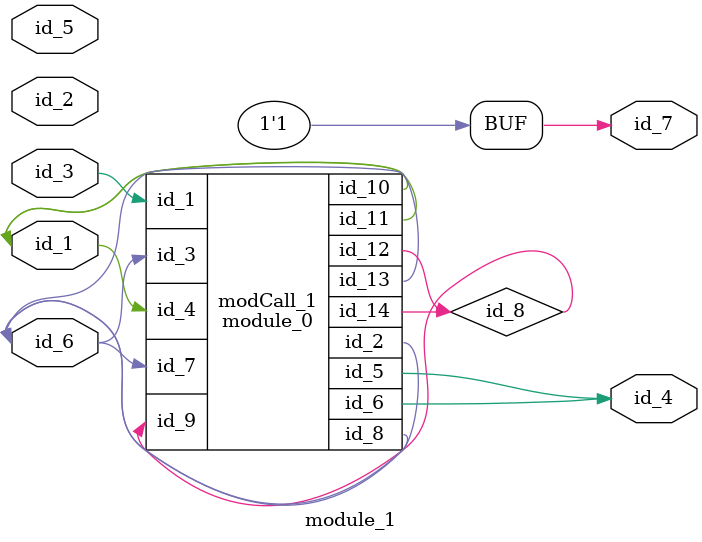
<source format=v>
module module_0 (
    id_1,
    id_2,
    id_3,
    id_4,
    id_5,
    id_6,
    id_7,
    id_8,
    id_9,
    id_10,
    id_11,
    id_12,
    id_13,
    id_14
);
  inout wire id_14;
  output wire id_13;
  output wire id_12;
  inout wire id_11;
  inout wire id_10;
  input wire id_9;
  output wire id_8;
  input wire id_7;
  output wire id_6;
  output wire id_5;
  input wire id_4;
  input wire id_3;
  output wire id_2;
  input wire id_1;
  assign id_2 = 1;
  wire id_15;
  wire id_16;
  wor  id_17;
  wire id_18, id_19;
  assign id_17 = 1;
endmodule
module module_1 (
    id_1,
    id_2,
    id_3,
    id_4,
    id_5,
    id_6,
    id_7
);
  output wire id_7;
  inout wire id_6;
  input wire id_5;
  output wire id_4;
  input wire id_3;
  input wire id_2;
  inout wire id_1;
  wire id_8;
  module_0 modCall_1 (
      id_3,
      id_6,
      id_6,
      id_1,
      id_4,
      id_4,
      id_6,
      id_6,
      id_8,
      id_1,
      id_1,
      id_8,
      id_6,
      id_8
  );
  assign id_7[1'b0==1] = 1;
  wire id_9;
  tri  id_10;
  assign id_10 = id_5 ? 1 - (id_2) : 1'h0;
endmodule

</source>
